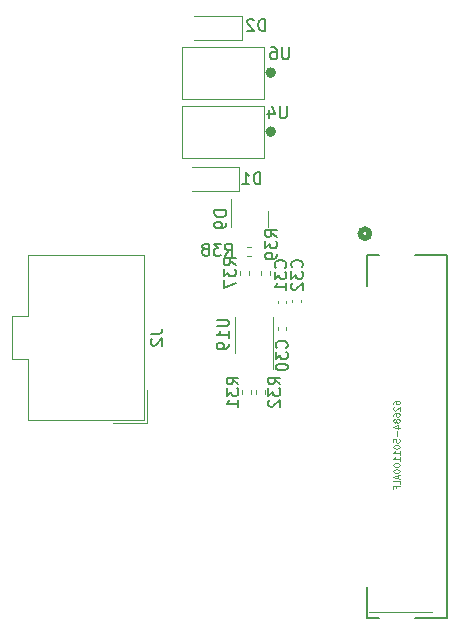
<source format=gbr>
G04 #@! TF.GenerationSoftware,KiCad,Pcbnew,7.0.10*
G04 #@! TF.CreationDate,2024-01-19T21:46:19+03:00*
G04 #@! TF.ProjectId,Eco_display,45636f5f-6469-4737-906c-61792e6b6963,rev?*
G04 #@! TF.SameCoordinates,Original*
G04 #@! TF.FileFunction,Legend,Bot*
G04 #@! TF.FilePolarity,Positive*
%FSLAX46Y46*%
G04 Gerber Fmt 4.6, Leading zero omitted, Abs format (unit mm)*
G04 Created by KiCad (PCBNEW 7.0.10) date 2024-01-19 21:46:19*
%MOMM*%
%LPD*%
G01*
G04 APERTURE LIST*
%ADD10C,0.001000*%
%ADD11C,0.150000*%
%ADD12C,0.071628*%
%ADD13C,0.120000*%
%ADD14C,0.500000*%
%ADD15C,0.152400*%
%ADD16C,0.508000*%
G04 APERTURE END LIST*
D10*
X166984725Y-111565610D02*
X161684725Y-111565610D01*
D11*
X154661904Y-68714819D02*
X154661904Y-69524342D01*
X154661904Y-69524342D02*
X154614285Y-69619580D01*
X154614285Y-69619580D02*
X154566666Y-69667200D01*
X154566666Y-69667200D02*
X154471428Y-69714819D01*
X154471428Y-69714819D02*
X154280952Y-69714819D01*
X154280952Y-69714819D02*
X154185714Y-69667200D01*
X154185714Y-69667200D02*
X154138095Y-69619580D01*
X154138095Y-69619580D02*
X154090476Y-69524342D01*
X154090476Y-69524342D02*
X154090476Y-68714819D01*
X153185714Y-69048152D02*
X153185714Y-69714819D01*
X153423809Y-68667200D02*
X153661904Y-69381485D01*
X153661904Y-69381485D02*
X153042857Y-69381485D01*
X154124819Y-92257142D02*
X153648628Y-91923809D01*
X154124819Y-91685714D02*
X153124819Y-91685714D01*
X153124819Y-91685714D02*
X153124819Y-92066666D01*
X153124819Y-92066666D02*
X153172438Y-92161904D01*
X153172438Y-92161904D02*
X153220057Y-92209523D01*
X153220057Y-92209523D02*
X153315295Y-92257142D01*
X153315295Y-92257142D02*
X153458152Y-92257142D01*
X153458152Y-92257142D02*
X153553390Y-92209523D01*
X153553390Y-92209523D02*
X153601009Y-92161904D01*
X153601009Y-92161904D02*
X153648628Y-92066666D01*
X153648628Y-92066666D02*
X153648628Y-91685714D01*
X153124819Y-92590476D02*
X153124819Y-93209523D01*
X153124819Y-93209523D02*
X153505771Y-92876190D01*
X153505771Y-92876190D02*
X153505771Y-93019047D01*
X153505771Y-93019047D02*
X153553390Y-93114285D01*
X153553390Y-93114285D02*
X153601009Y-93161904D01*
X153601009Y-93161904D02*
X153696247Y-93209523D01*
X153696247Y-93209523D02*
X153934342Y-93209523D01*
X153934342Y-93209523D02*
X154029580Y-93161904D01*
X154029580Y-93161904D02*
X154077200Y-93114285D01*
X154077200Y-93114285D02*
X154124819Y-93019047D01*
X154124819Y-93019047D02*
X154124819Y-92733333D01*
X154124819Y-92733333D02*
X154077200Y-92638095D01*
X154077200Y-92638095D02*
X154029580Y-92590476D01*
X153220057Y-93590476D02*
X153172438Y-93638095D01*
X153172438Y-93638095D02*
X153124819Y-93733333D01*
X153124819Y-93733333D02*
X153124819Y-93971428D01*
X153124819Y-93971428D02*
X153172438Y-94066666D01*
X153172438Y-94066666D02*
X153220057Y-94114285D01*
X153220057Y-94114285D02*
X153315295Y-94161904D01*
X153315295Y-94161904D02*
X153410533Y-94161904D01*
X153410533Y-94161904D02*
X153553390Y-94114285D01*
X153553390Y-94114285D02*
X154124819Y-93542857D01*
X154124819Y-93542857D02*
X154124819Y-94161904D01*
X143154819Y-87966666D02*
X143869104Y-87966666D01*
X143869104Y-87966666D02*
X144011961Y-87919047D01*
X144011961Y-87919047D02*
X144107200Y-87823809D01*
X144107200Y-87823809D02*
X144154819Y-87680952D01*
X144154819Y-87680952D02*
X144154819Y-87585714D01*
X143250057Y-88395238D02*
X143202438Y-88442857D01*
X143202438Y-88442857D02*
X143154819Y-88538095D01*
X143154819Y-88538095D02*
X143154819Y-88776190D01*
X143154819Y-88776190D02*
X143202438Y-88871428D01*
X143202438Y-88871428D02*
X143250057Y-88919047D01*
X143250057Y-88919047D02*
X143345295Y-88966666D01*
X143345295Y-88966666D02*
X143440533Y-88966666D01*
X143440533Y-88966666D02*
X143583390Y-88919047D01*
X143583390Y-88919047D02*
X144154819Y-88347619D01*
X144154819Y-88347619D02*
X144154819Y-88966666D01*
X149554819Y-77521905D02*
X148554819Y-77521905D01*
X148554819Y-77521905D02*
X148554819Y-77760000D01*
X148554819Y-77760000D02*
X148602438Y-77902857D01*
X148602438Y-77902857D02*
X148697676Y-77998095D01*
X148697676Y-77998095D02*
X148792914Y-78045714D01*
X148792914Y-78045714D02*
X148983390Y-78093333D01*
X148983390Y-78093333D02*
X149126247Y-78093333D01*
X149126247Y-78093333D02*
X149316723Y-78045714D01*
X149316723Y-78045714D02*
X149411961Y-77998095D01*
X149411961Y-77998095D02*
X149507200Y-77902857D01*
X149507200Y-77902857D02*
X149554819Y-77760000D01*
X149554819Y-77760000D02*
X149554819Y-77521905D01*
X149554819Y-78569524D02*
X149554819Y-78760000D01*
X149554819Y-78760000D02*
X149507200Y-78855238D01*
X149507200Y-78855238D02*
X149459580Y-78902857D01*
X149459580Y-78902857D02*
X149316723Y-78998095D01*
X149316723Y-78998095D02*
X149126247Y-79045714D01*
X149126247Y-79045714D02*
X148745295Y-79045714D01*
X148745295Y-79045714D02*
X148650057Y-78998095D01*
X148650057Y-78998095D02*
X148602438Y-78950476D01*
X148602438Y-78950476D02*
X148554819Y-78855238D01*
X148554819Y-78855238D02*
X148554819Y-78664762D01*
X148554819Y-78664762D02*
X148602438Y-78569524D01*
X148602438Y-78569524D02*
X148650057Y-78521905D01*
X148650057Y-78521905D02*
X148745295Y-78474286D01*
X148745295Y-78474286D02*
X148983390Y-78474286D01*
X148983390Y-78474286D02*
X149078628Y-78521905D01*
X149078628Y-78521905D02*
X149126247Y-78569524D01*
X149126247Y-78569524D02*
X149173866Y-78664762D01*
X149173866Y-78664762D02*
X149173866Y-78855238D01*
X149173866Y-78855238D02*
X149126247Y-78950476D01*
X149126247Y-78950476D02*
X149078628Y-78998095D01*
X149078628Y-78998095D02*
X148983390Y-79045714D01*
X154659580Y-89167142D02*
X154707200Y-89119523D01*
X154707200Y-89119523D02*
X154754819Y-88976666D01*
X154754819Y-88976666D02*
X154754819Y-88881428D01*
X154754819Y-88881428D02*
X154707200Y-88738571D01*
X154707200Y-88738571D02*
X154611961Y-88643333D01*
X154611961Y-88643333D02*
X154516723Y-88595714D01*
X154516723Y-88595714D02*
X154326247Y-88548095D01*
X154326247Y-88548095D02*
X154183390Y-88548095D01*
X154183390Y-88548095D02*
X153992914Y-88595714D01*
X153992914Y-88595714D02*
X153897676Y-88643333D01*
X153897676Y-88643333D02*
X153802438Y-88738571D01*
X153802438Y-88738571D02*
X153754819Y-88881428D01*
X153754819Y-88881428D02*
X153754819Y-88976666D01*
X153754819Y-88976666D02*
X153802438Y-89119523D01*
X153802438Y-89119523D02*
X153850057Y-89167142D01*
X153754819Y-89500476D02*
X153754819Y-90119523D01*
X153754819Y-90119523D02*
X154135771Y-89786190D01*
X154135771Y-89786190D02*
X154135771Y-89929047D01*
X154135771Y-89929047D02*
X154183390Y-90024285D01*
X154183390Y-90024285D02*
X154231009Y-90071904D01*
X154231009Y-90071904D02*
X154326247Y-90119523D01*
X154326247Y-90119523D02*
X154564342Y-90119523D01*
X154564342Y-90119523D02*
X154659580Y-90071904D01*
X154659580Y-90071904D02*
X154707200Y-90024285D01*
X154707200Y-90024285D02*
X154754819Y-89929047D01*
X154754819Y-89929047D02*
X154754819Y-89643333D01*
X154754819Y-89643333D02*
X154707200Y-89548095D01*
X154707200Y-89548095D02*
X154659580Y-89500476D01*
X153754819Y-90738571D02*
X153754819Y-90833809D01*
X153754819Y-90833809D02*
X153802438Y-90929047D01*
X153802438Y-90929047D02*
X153850057Y-90976666D01*
X153850057Y-90976666D02*
X153945295Y-91024285D01*
X153945295Y-91024285D02*
X154135771Y-91071904D01*
X154135771Y-91071904D02*
X154373866Y-91071904D01*
X154373866Y-91071904D02*
X154564342Y-91024285D01*
X154564342Y-91024285D02*
X154659580Y-90976666D01*
X154659580Y-90976666D02*
X154707200Y-90929047D01*
X154707200Y-90929047D02*
X154754819Y-90833809D01*
X154754819Y-90833809D02*
X154754819Y-90738571D01*
X154754819Y-90738571D02*
X154707200Y-90643333D01*
X154707200Y-90643333D02*
X154659580Y-90595714D01*
X154659580Y-90595714D02*
X154564342Y-90548095D01*
X154564342Y-90548095D02*
X154373866Y-90500476D01*
X154373866Y-90500476D02*
X154135771Y-90500476D01*
X154135771Y-90500476D02*
X153945295Y-90548095D01*
X153945295Y-90548095D02*
X153850057Y-90595714D01*
X153850057Y-90595714D02*
X153802438Y-90643333D01*
X153802438Y-90643333D02*
X153754819Y-90738571D01*
X148754819Y-86771905D02*
X149564342Y-86771905D01*
X149564342Y-86771905D02*
X149659580Y-86819524D01*
X149659580Y-86819524D02*
X149707200Y-86867143D01*
X149707200Y-86867143D02*
X149754819Y-86962381D01*
X149754819Y-86962381D02*
X149754819Y-87152857D01*
X149754819Y-87152857D02*
X149707200Y-87248095D01*
X149707200Y-87248095D02*
X149659580Y-87295714D01*
X149659580Y-87295714D02*
X149564342Y-87343333D01*
X149564342Y-87343333D02*
X148754819Y-87343333D01*
X149754819Y-88343333D02*
X149754819Y-87771905D01*
X149754819Y-88057619D02*
X148754819Y-88057619D01*
X148754819Y-88057619D02*
X148897676Y-87962381D01*
X148897676Y-87962381D02*
X148992914Y-87867143D01*
X148992914Y-87867143D02*
X149040533Y-87771905D01*
X149754819Y-88819524D02*
X149754819Y-89010000D01*
X149754819Y-89010000D02*
X149707200Y-89105238D01*
X149707200Y-89105238D02*
X149659580Y-89152857D01*
X149659580Y-89152857D02*
X149516723Y-89248095D01*
X149516723Y-89248095D02*
X149326247Y-89295714D01*
X149326247Y-89295714D02*
X148945295Y-89295714D01*
X148945295Y-89295714D02*
X148850057Y-89248095D01*
X148850057Y-89248095D02*
X148802438Y-89200476D01*
X148802438Y-89200476D02*
X148754819Y-89105238D01*
X148754819Y-89105238D02*
X148754819Y-88914762D01*
X148754819Y-88914762D02*
X148802438Y-88819524D01*
X148802438Y-88819524D02*
X148850057Y-88771905D01*
X148850057Y-88771905D02*
X148945295Y-88724286D01*
X148945295Y-88724286D02*
X149183390Y-88724286D01*
X149183390Y-88724286D02*
X149278628Y-88771905D01*
X149278628Y-88771905D02*
X149326247Y-88819524D01*
X149326247Y-88819524D02*
X149373866Y-88914762D01*
X149373866Y-88914762D02*
X149373866Y-89105238D01*
X149373866Y-89105238D02*
X149326247Y-89200476D01*
X149326247Y-89200476D02*
X149278628Y-89248095D01*
X149278628Y-89248095D02*
X149183390Y-89295714D01*
X150584819Y-92257142D02*
X150108628Y-91923809D01*
X150584819Y-91685714D02*
X149584819Y-91685714D01*
X149584819Y-91685714D02*
X149584819Y-92066666D01*
X149584819Y-92066666D02*
X149632438Y-92161904D01*
X149632438Y-92161904D02*
X149680057Y-92209523D01*
X149680057Y-92209523D02*
X149775295Y-92257142D01*
X149775295Y-92257142D02*
X149918152Y-92257142D01*
X149918152Y-92257142D02*
X150013390Y-92209523D01*
X150013390Y-92209523D02*
X150061009Y-92161904D01*
X150061009Y-92161904D02*
X150108628Y-92066666D01*
X150108628Y-92066666D02*
X150108628Y-91685714D01*
X149584819Y-92590476D02*
X149584819Y-93209523D01*
X149584819Y-93209523D02*
X149965771Y-92876190D01*
X149965771Y-92876190D02*
X149965771Y-93019047D01*
X149965771Y-93019047D02*
X150013390Y-93114285D01*
X150013390Y-93114285D02*
X150061009Y-93161904D01*
X150061009Y-93161904D02*
X150156247Y-93209523D01*
X150156247Y-93209523D02*
X150394342Y-93209523D01*
X150394342Y-93209523D02*
X150489580Y-93161904D01*
X150489580Y-93161904D02*
X150537200Y-93114285D01*
X150537200Y-93114285D02*
X150584819Y-93019047D01*
X150584819Y-93019047D02*
X150584819Y-92733333D01*
X150584819Y-92733333D02*
X150537200Y-92638095D01*
X150537200Y-92638095D02*
X150489580Y-92590476D01*
X150584819Y-94161904D02*
X150584819Y-93590476D01*
X150584819Y-93876190D02*
X149584819Y-93876190D01*
X149584819Y-93876190D02*
X149727676Y-93780952D01*
X149727676Y-93780952D02*
X149822914Y-93685714D01*
X149822914Y-93685714D02*
X149870533Y-93590476D01*
D12*
X163707179Y-93905779D02*
X163707179Y-93803308D01*
X163707179Y-93803308D02*
X163732797Y-93752072D01*
X163732797Y-93752072D02*
X163758415Y-93726455D01*
X163758415Y-93726455D02*
X163835268Y-93675219D01*
X163835268Y-93675219D02*
X163937739Y-93649601D01*
X163937739Y-93649601D02*
X164142680Y-93649601D01*
X164142680Y-93649601D02*
X164193916Y-93675219D01*
X164193916Y-93675219D02*
X164219534Y-93700837D01*
X164219534Y-93700837D02*
X164245151Y-93752072D01*
X164245151Y-93752072D02*
X164245151Y-93854543D01*
X164245151Y-93854543D02*
X164219534Y-93905779D01*
X164219534Y-93905779D02*
X164193916Y-93931396D01*
X164193916Y-93931396D02*
X164142680Y-93957014D01*
X164142680Y-93957014D02*
X164014592Y-93957014D01*
X164014592Y-93957014D02*
X163963356Y-93931396D01*
X163963356Y-93931396D02*
X163937739Y-93905779D01*
X163937739Y-93905779D02*
X163912121Y-93854543D01*
X163912121Y-93854543D02*
X163912121Y-93752072D01*
X163912121Y-93752072D02*
X163937739Y-93700837D01*
X163937739Y-93700837D02*
X163963356Y-93675219D01*
X163963356Y-93675219D02*
X164014592Y-93649601D01*
X163758415Y-94161955D02*
X163732797Y-94187573D01*
X163732797Y-94187573D02*
X163707179Y-94238809D01*
X163707179Y-94238809D02*
X163707179Y-94366897D01*
X163707179Y-94366897D02*
X163732797Y-94418133D01*
X163732797Y-94418133D02*
X163758415Y-94443750D01*
X163758415Y-94443750D02*
X163809650Y-94469368D01*
X163809650Y-94469368D02*
X163860886Y-94469368D01*
X163860886Y-94469368D02*
X163937739Y-94443750D01*
X163937739Y-94443750D02*
X164245151Y-94136338D01*
X164245151Y-94136338D02*
X164245151Y-94469368D01*
X163707179Y-94930487D02*
X163707179Y-94828016D01*
X163707179Y-94828016D02*
X163732797Y-94776780D01*
X163732797Y-94776780D02*
X163758415Y-94751163D01*
X163758415Y-94751163D02*
X163835268Y-94699927D01*
X163835268Y-94699927D02*
X163937739Y-94674309D01*
X163937739Y-94674309D02*
X164142680Y-94674309D01*
X164142680Y-94674309D02*
X164193916Y-94699927D01*
X164193916Y-94699927D02*
X164219534Y-94725545D01*
X164219534Y-94725545D02*
X164245151Y-94776780D01*
X164245151Y-94776780D02*
X164245151Y-94879251D01*
X164245151Y-94879251D02*
X164219534Y-94930487D01*
X164219534Y-94930487D02*
X164193916Y-94956104D01*
X164193916Y-94956104D02*
X164142680Y-94981722D01*
X164142680Y-94981722D02*
X164014592Y-94981722D01*
X164014592Y-94981722D02*
X163963356Y-94956104D01*
X163963356Y-94956104D02*
X163937739Y-94930487D01*
X163937739Y-94930487D02*
X163912121Y-94879251D01*
X163912121Y-94879251D02*
X163912121Y-94776780D01*
X163912121Y-94776780D02*
X163937739Y-94725545D01*
X163937739Y-94725545D02*
X163963356Y-94699927D01*
X163963356Y-94699927D02*
X164014592Y-94674309D01*
X163937739Y-95289134D02*
X163912121Y-95237899D01*
X163912121Y-95237899D02*
X163886503Y-95212281D01*
X163886503Y-95212281D02*
X163835268Y-95186663D01*
X163835268Y-95186663D02*
X163809650Y-95186663D01*
X163809650Y-95186663D02*
X163758415Y-95212281D01*
X163758415Y-95212281D02*
X163732797Y-95237899D01*
X163732797Y-95237899D02*
X163707179Y-95289134D01*
X163707179Y-95289134D02*
X163707179Y-95391605D01*
X163707179Y-95391605D02*
X163732797Y-95442841D01*
X163732797Y-95442841D02*
X163758415Y-95468458D01*
X163758415Y-95468458D02*
X163809650Y-95494076D01*
X163809650Y-95494076D02*
X163835268Y-95494076D01*
X163835268Y-95494076D02*
X163886503Y-95468458D01*
X163886503Y-95468458D02*
X163912121Y-95442841D01*
X163912121Y-95442841D02*
X163937739Y-95391605D01*
X163937739Y-95391605D02*
X163937739Y-95289134D01*
X163937739Y-95289134D02*
X163963356Y-95237899D01*
X163963356Y-95237899D02*
X163988974Y-95212281D01*
X163988974Y-95212281D02*
X164040210Y-95186663D01*
X164040210Y-95186663D02*
X164142680Y-95186663D01*
X164142680Y-95186663D02*
X164193916Y-95212281D01*
X164193916Y-95212281D02*
X164219534Y-95237899D01*
X164219534Y-95237899D02*
X164245151Y-95289134D01*
X164245151Y-95289134D02*
X164245151Y-95391605D01*
X164245151Y-95391605D02*
X164219534Y-95442841D01*
X164219534Y-95442841D02*
X164193916Y-95468458D01*
X164193916Y-95468458D02*
X164142680Y-95494076D01*
X164142680Y-95494076D02*
X164040210Y-95494076D01*
X164040210Y-95494076D02*
X163988974Y-95468458D01*
X163988974Y-95468458D02*
X163963356Y-95442841D01*
X163963356Y-95442841D02*
X163937739Y-95391605D01*
X163886503Y-95955195D02*
X164245151Y-95955195D01*
X163681562Y-95827106D02*
X164065827Y-95699017D01*
X164065827Y-95699017D02*
X164065827Y-96032048D01*
X164040210Y-96236989D02*
X164040210Y-96646873D01*
X163707179Y-97159227D02*
X163707179Y-96903050D01*
X163707179Y-96903050D02*
X163963356Y-96877432D01*
X163963356Y-96877432D02*
X163937739Y-96903050D01*
X163937739Y-96903050D02*
X163912121Y-96954286D01*
X163912121Y-96954286D02*
X163912121Y-97082374D01*
X163912121Y-97082374D02*
X163937739Y-97133610D01*
X163937739Y-97133610D02*
X163963356Y-97159227D01*
X163963356Y-97159227D02*
X164014592Y-97184845D01*
X164014592Y-97184845D02*
X164142680Y-97184845D01*
X164142680Y-97184845D02*
X164193916Y-97159227D01*
X164193916Y-97159227D02*
X164219534Y-97133610D01*
X164219534Y-97133610D02*
X164245151Y-97082374D01*
X164245151Y-97082374D02*
X164245151Y-96954286D01*
X164245151Y-96954286D02*
X164219534Y-96903050D01*
X164219534Y-96903050D02*
X164193916Y-96877432D01*
X163707179Y-97517875D02*
X163707179Y-97569110D01*
X163707179Y-97569110D02*
X163732797Y-97620346D01*
X163732797Y-97620346D02*
X163758415Y-97645964D01*
X163758415Y-97645964D02*
X163809650Y-97671581D01*
X163809650Y-97671581D02*
X163912121Y-97697199D01*
X163912121Y-97697199D02*
X164040210Y-97697199D01*
X164040210Y-97697199D02*
X164142680Y-97671581D01*
X164142680Y-97671581D02*
X164193916Y-97645964D01*
X164193916Y-97645964D02*
X164219534Y-97620346D01*
X164219534Y-97620346D02*
X164245151Y-97569110D01*
X164245151Y-97569110D02*
X164245151Y-97517875D01*
X164245151Y-97517875D02*
X164219534Y-97466640D01*
X164219534Y-97466640D02*
X164193916Y-97441022D01*
X164193916Y-97441022D02*
X164142680Y-97415404D01*
X164142680Y-97415404D02*
X164040210Y-97389786D01*
X164040210Y-97389786D02*
X163912121Y-97389786D01*
X163912121Y-97389786D02*
X163809650Y-97415404D01*
X163809650Y-97415404D02*
X163758415Y-97441022D01*
X163758415Y-97441022D02*
X163732797Y-97466640D01*
X163732797Y-97466640D02*
X163707179Y-97517875D01*
X164245151Y-98209553D02*
X164245151Y-97902140D01*
X164245151Y-98055847D02*
X163707179Y-98055847D01*
X163707179Y-98055847D02*
X163784032Y-98004611D01*
X163784032Y-98004611D02*
X163835268Y-97953376D01*
X163835268Y-97953376D02*
X163860886Y-97902140D01*
X164245151Y-98721907D02*
X164245151Y-98414494D01*
X164245151Y-98568201D02*
X163707179Y-98568201D01*
X163707179Y-98568201D02*
X163784032Y-98516965D01*
X163784032Y-98516965D02*
X163835268Y-98465730D01*
X163835268Y-98465730D02*
X163860886Y-98414494D01*
X163707179Y-99054937D02*
X163707179Y-99106172D01*
X163707179Y-99106172D02*
X163732797Y-99157408D01*
X163732797Y-99157408D02*
X163758415Y-99183026D01*
X163758415Y-99183026D02*
X163809650Y-99208643D01*
X163809650Y-99208643D02*
X163912121Y-99234261D01*
X163912121Y-99234261D02*
X164040210Y-99234261D01*
X164040210Y-99234261D02*
X164142680Y-99208643D01*
X164142680Y-99208643D02*
X164193916Y-99183026D01*
X164193916Y-99183026D02*
X164219534Y-99157408D01*
X164219534Y-99157408D02*
X164245151Y-99106172D01*
X164245151Y-99106172D02*
X164245151Y-99054937D01*
X164245151Y-99054937D02*
X164219534Y-99003702D01*
X164219534Y-99003702D02*
X164193916Y-98978084D01*
X164193916Y-98978084D02*
X164142680Y-98952466D01*
X164142680Y-98952466D02*
X164040210Y-98926848D01*
X164040210Y-98926848D02*
X163912121Y-98926848D01*
X163912121Y-98926848D02*
X163809650Y-98952466D01*
X163809650Y-98952466D02*
X163758415Y-98978084D01*
X163758415Y-98978084D02*
X163732797Y-99003702D01*
X163732797Y-99003702D02*
X163707179Y-99054937D01*
X163707179Y-99567291D02*
X163707179Y-99618526D01*
X163707179Y-99618526D02*
X163732797Y-99669762D01*
X163732797Y-99669762D02*
X163758415Y-99695380D01*
X163758415Y-99695380D02*
X163809650Y-99720997D01*
X163809650Y-99720997D02*
X163912121Y-99746615D01*
X163912121Y-99746615D02*
X164040210Y-99746615D01*
X164040210Y-99746615D02*
X164142680Y-99720997D01*
X164142680Y-99720997D02*
X164193916Y-99695380D01*
X164193916Y-99695380D02*
X164219534Y-99669762D01*
X164219534Y-99669762D02*
X164245151Y-99618526D01*
X164245151Y-99618526D02*
X164245151Y-99567291D01*
X164245151Y-99567291D02*
X164219534Y-99516056D01*
X164219534Y-99516056D02*
X164193916Y-99490438D01*
X164193916Y-99490438D02*
X164142680Y-99464820D01*
X164142680Y-99464820D02*
X164040210Y-99439202D01*
X164040210Y-99439202D02*
X163912121Y-99439202D01*
X163912121Y-99439202D02*
X163809650Y-99464820D01*
X163809650Y-99464820D02*
X163758415Y-99490438D01*
X163758415Y-99490438D02*
X163732797Y-99516056D01*
X163732797Y-99516056D02*
X163707179Y-99567291D01*
X164091445Y-99951556D02*
X164091445Y-100207734D01*
X164245151Y-99900321D02*
X163707179Y-100079645D01*
X163707179Y-100079645D02*
X164245151Y-100258969D01*
X164245151Y-100694470D02*
X164245151Y-100438293D01*
X164245151Y-100438293D02*
X163707179Y-100438293D01*
X163963356Y-101053118D02*
X163963356Y-100873794D01*
X164245151Y-100873794D02*
X163707179Y-100873794D01*
X163707179Y-100873794D02*
X163707179Y-101129971D01*
D11*
X149442857Y-81354819D02*
X149776190Y-80878628D01*
X150014285Y-81354819D02*
X150014285Y-80354819D01*
X150014285Y-80354819D02*
X149633333Y-80354819D01*
X149633333Y-80354819D02*
X149538095Y-80402438D01*
X149538095Y-80402438D02*
X149490476Y-80450057D01*
X149490476Y-80450057D02*
X149442857Y-80545295D01*
X149442857Y-80545295D02*
X149442857Y-80688152D01*
X149442857Y-80688152D02*
X149490476Y-80783390D01*
X149490476Y-80783390D02*
X149538095Y-80831009D01*
X149538095Y-80831009D02*
X149633333Y-80878628D01*
X149633333Y-80878628D02*
X150014285Y-80878628D01*
X149109523Y-80354819D02*
X148490476Y-80354819D01*
X148490476Y-80354819D02*
X148823809Y-80735771D01*
X148823809Y-80735771D02*
X148680952Y-80735771D01*
X148680952Y-80735771D02*
X148585714Y-80783390D01*
X148585714Y-80783390D02*
X148538095Y-80831009D01*
X148538095Y-80831009D02*
X148490476Y-80926247D01*
X148490476Y-80926247D02*
X148490476Y-81164342D01*
X148490476Y-81164342D02*
X148538095Y-81259580D01*
X148538095Y-81259580D02*
X148585714Y-81307200D01*
X148585714Y-81307200D02*
X148680952Y-81354819D01*
X148680952Y-81354819D02*
X148966666Y-81354819D01*
X148966666Y-81354819D02*
X149061904Y-81307200D01*
X149061904Y-81307200D02*
X149109523Y-81259580D01*
X147919047Y-80783390D02*
X148014285Y-80735771D01*
X148014285Y-80735771D02*
X148061904Y-80688152D01*
X148061904Y-80688152D02*
X148109523Y-80592914D01*
X148109523Y-80592914D02*
X148109523Y-80545295D01*
X148109523Y-80545295D02*
X148061904Y-80450057D01*
X148061904Y-80450057D02*
X148014285Y-80402438D01*
X148014285Y-80402438D02*
X147919047Y-80354819D01*
X147919047Y-80354819D02*
X147728571Y-80354819D01*
X147728571Y-80354819D02*
X147633333Y-80402438D01*
X147633333Y-80402438D02*
X147585714Y-80450057D01*
X147585714Y-80450057D02*
X147538095Y-80545295D01*
X147538095Y-80545295D02*
X147538095Y-80592914D01*
X147538095Y-80592914D02*
X147585714Y-80688152D01*
X147585714Y-80688152D02*
X147633333Y-80735771D01*
X147633333Y-80735771D02*
X147728571Y-80783390D01*
X147728571Y-80783390D02*
X147919047Y-80783390D01*
X147919047Y-80783390D02*
X148014285Y-80831009D01*
X148014285Y-80831009D02*
X148061904Y-80878628D01*
X148061904Y-80878628D02*
X148109523Y-80973866D01*
X148109523Y-80973866D02*
X148109523Y-81164342D01*
X148109523Y-81164342D02*
X148061904Y-81259580D01*
X148061904Y-81259580D02*
X148014285Y-81307200D01*
X148014285Y-81307200D02*
X147919047Y-81354819D01*
X147919047Y-81354819D02*
X147728571Y-81354819D01*
X147728571Y-81354819D02*
X147633333Y-81307200D01*
X147633333Y-81307200D02*
X147585714Y-81259580D01*
X147585714Y-81259580D02*
X147538095Y-81164342D01*
X147538095Y-81164342D02*
X147538095Y-80973866D01*
X147538095Y-80973866D02*
X147585714Y-80878628D01*
X147585714Y-80878628D02*
X147633333Y-80831009D01*
X147633333Y-80831009D02*
X147728571Y-80783390D01*
X152438094Y-75314819D02*
X152438094Y-74314819D01*
X152438094Y-74314819D02*
X152199999Y-74314819D01*
X152199999Y-74314819D02*
X152057142Y-74362438D01*
X152057142Y-74362438D02*
X151961904Y-74457676D01*
X151961904Y-74457676D02*
X151914285Y-74552914D01*
X151914285Y-74552914D02*
X151866666Y-74743390D01*
X151866666Y-74743390D02*
X151866666Y-74886247D01*
X151866666Y-74886247D02*
X151914285Y-75076723D01*
X151914285Y-75076723D02*
X151961904Y-75171961D01*
X151961904Y-75171961D02*
X152057142Y-75267200D01*
X152057142Y-75267200D02*
X152199999Y-75314819D01*
X152199999Y-75314819D02*
X152438094Y-75314819D01*
X150914285Y-75314819D02*
X151485713Y-75314819D01*
X151199999Y-75314819D02*
X151199999Y-74314819D01*
X151199999Y-74314819D02*
X151295237Y-74457676D01*
X151295237Y-74457676D02*
X151390475Y-74552914D01*
X151390475Y-74552914D02*
X151485713Y-74600533D01*
X155959580Y-82357142D02*
X156007200Y-82309523D01*
X156007200Y-82309523D02*
X156054819Y-82166666D01*
X156054819Y-82166666D02*
X156054819Y-82071428D01*
X156054819Y-82071428D02*
X156007200Y-81928571D01*
X156007200Y-81928571D02*
X155911961Y-81833333D01*
X155911961Y-81833333D02*
X155816723Y-81785714D01*
X155816723Y-81785714D02*
X155626247Y-81738095D01*
X155626247Y-81738095D02*
X155483390Y-81738095D01*
X155483390Y-81738095D02*
X155292914Y-81785714D01*
X155292914Y-81785714D02*
X155197676Y-81833333D01*
X155197676Y-81833333D02*
X155102438Y-81928571D01*
X155102438Y-81928571D02*
X155054819Y-82071428D01*
X155054819Y-82071428D02*
X155054819Y-82166666D01*
X155054819Y-82166666D02*
X155102438Y-82309523D01*
X155102438Y-82309523D02*
X155150057Y-82357142D01*
X155054819Y-82690476D02*
X155054819Y-83309523D01*
X155054819Y-83309523D02*
X155435771Y-82976190D01*
X155435771Y-82976190D02*
X155435771Y-83119047D01*
X155435771Y-83119047D02*
X155483390Y-83214285D01*
X155483390Y-83214285D02*
X155531009Y-83261904D01*
X155531009Y-83261904D02*
X155626247Y-83309523D01*
X155626247Y-83309523D02*
X155864342Y-83309523D01*
X155864342Y-83309523D02*
X155959580Y-83261904D01*
X155959580Y-83261904D02*
X156007200Y-83214285D01*
X156007200Y-83214285D02*
X156054819Y-83119047D01*
X156054819Y-83119047D02*
X156054819Y-82833333D01*
X156054819Y-82833333D02*
X156007200Y-82738095D01*
X156007200Y-82738095D02*
X155959580Y-82690476D01*
X155150057Y-83690476D02*
X155102438Y-83738095D01*
X155102438Y-83738095D02*
X155054819Y-83833333D01*
X155054819Y-83833333D02*
X155054819Y-84071428D01*
X155054819Y-84071428D02*
X155102438Y-84166666D01*
X155102438Y-84166666D02*
X155150057Y-84214285D01*
X155150057Y-84214285D02*
X155245295Y-84261904D01*
X155245295Y-84261904D02*
X155340533Y-84261904D01*
X155340533Y-84261904D02*
X155483390Y-84214285D01*
X155483390Y-84214285D02*
X156054819Y-83642857D01*
X156054819Y-83642857D02*
X156054819Y-84261904D01*
X154861904Y-63714819D02*
X154861904Y-64524342D01*
X154861904Y-64524342D02*
X154814285Y-64619580D01*
X154814285Y-64619580D02*
X154766666Y-64667200D01*
X154766666Y-64667200D02*
X154671428Y-64714819D01*
X154671428Y-64714819D02*
X154480952Y-64714819D01*
X154480952Y-64714819D02*
X154385714Y-64667200D01*
X154385714Y-64667200D02*
X154338095Y-64619580D01*
X154338095Y-64619580D02*
X154290476Y-64524342D01*
X154290476Y-64524342D02*
X154290476Y-63714819D01*
X153385714Y-63714819D02*
X153576190Y-63714819D01*
X153576190Y-63714819D02*
X153671428Y-63762438D01*
X153671428Y-63762438D02*
X153719047Y-63810057D01*
X153719047Y-63810057D02*
X153814285Y-63952914D01*
X153814285Y-63952914D02*
X153861904Y-64143390D01*
X153861904Y-64143390D02*
X153861904Y-64524342D01*
X153861904Y-64524342D02*
X153814285Y-64619580D01*
X153814285Y-64619580D02*
X153766666Y-64667200D01*
X153766666Y-64667200D02*
X153671428Y-64714819D01*
X153671428Y-64714819D02*
X153480952Y-64714819D01*
X153480952Y-64714819D02*
X153385714Y-64667200D01*
X153385714Y-64667200D02*
X153338095Y-64619580D01*
X153338095Y-64619580D02*
X153290476Y-64524342D01*
X153290476Y-64524342D02*
X153290476Y-64286247D01*
X153290476Y-64286247D02*
X153338095Y-64191009D01*
X153338095Y-64191009D02*
X153385714Y-64143390D01*
X153385714Y-64143390D02*
X153480952Y-64095771D01*
X153480952Y-64095771D02*
X153671428Y-64095771D01*
X153671428Y-64095771D02*
X153766666Y-64143390D01*
X153766666Y-64143390D02*
X153814285Y-64191009D01*
X153814285Y-64191009D02*
X153861904Y-64286247D01*
X153854819Y-79767142D02*
X153378628Y-79433809D01*
X153854819Y-79195714D02*
X152854819Y-79195714D01*
X152854819Y-79195714D02*
X152854819Y-79576666D01*
X152854819Y-79576666D02*
X152902438Y-79671904D01*
X152902438Y-79671904D02*
X152950057Y-79719523D01*
X152950057Y-79719523D02*
X153045295Y-79767142D01*
X153045295Y-79767142D02*
X153188152Y-79767142D01*
X153188152Y-79767142D02*
X153283390Y-79719523D01*
X153283390Y-79719523D02*
X153331009Y-79671904D01*
X153331009Y-79671904D02*
X153378628Y-79576666D01*
X153378628Y-79576666D02*
X153378628Y-79195714D01*
X152854819Y-80100476D02*
X152854819Y-80719523D01*
X152854819Y-80719523D02*
X153235771Y-80386190D01*
X153235771Y-80386190D02*
X153235771Y-80529047D01*
X153235771Y-80529047D02*
X153283390Y-80624285D01*
X153283390Y-80624285D02*
X153331009Y-80671904D01*
X153331009Y-80671904D02*
X153426247Y-80719523D01*
X153426247Y-80719523D02*
X153664342Y-80719523D01*
X153664342Y-80719523D02*
X153759580Y-80671904D01*
X153759580Y-80671904D02*
X153807200Y-80624285D01*
X153807200Y-80624285D02*
X153854819Y-80529047D01*
X153854819Y-80529047D02*
X153854819Y-80243333D01*
X153854819Y-80243333D02*
X153807200Y-80148095D01*
X153807200Y-80148095D02*
X153759580Y-80100476D01*
X153854819Y-81195714D02*
X153854819Y-81386190D01*
X153854819Y-81386190D02*
X153807200Y-81481428D01*
X153807200Y-81481428D02*
X153759580Y-81529047D01*
X153759580Y-81529047D02*
X153616723Y-81624285D01*
X153616723Y-81624285D02*
X153426247Y-81671904D01*
X153426247Y-81671904D02*
X153045295Y-81671904D01*
X153045295Y-81671904D02*
X152950057Y-81624285D01*
X152950057Y-81624285D02*
X152902438Y-81576666D01*
X152902438Y-81576666D02*
X152854819Y-81481428D01*
X152854819Y-81481428D02*
X152854819Y-81290952D01*
X152854819Y-81290952D02*
X152902438Y-81195714D01*
X152902438Y-81195714D02*
X152950057Y-81148095D01*
X152950057Y-81148095D02*
X153045295Y-81100476D01*
X153045295Y-81100476D02*
X153283390Y-81100476D01*
X153283390Y-81100476D02*
X153378628Y-81148095D01*
X153378628Y-81148095D02*
X153426247Y-81195714D01*
X153426247Y-81195714D02*
X153473866Y-81290952D01*
X153473866Y-81290952D02*
X153473866Y-81481428D01*
X153473866Y-81481428D02*
X153426247Y-81576666D01*
X153426247Y-81576666D02*
X153378628Y-81624285D01*
X153378628Y-81624285D02*
X153283390Y-81671904D01*
X154559580Y-82367142D02*
X154607200Y-82319523D01*
X154607200Y-82319523D02*
X154654819Y-82176666D01*
X154654819Y-82176666D02*
X154654819Y-82081428D01*
X154654819Y-82081428D02*
X154607200Y-81938571D01*
X154607200Y-81938571D02*
X154511961Y-81843333D01*
X154511961Y-81843333D02*
X154416723Y-81795714D01*
X154416723Y-81795714D02*
X154226247Y-81748095D01*
X154226247Y-81748095D02*
X154083390Y-81748095D01*
X154083390Y-81748095D02*
X153892914Y-81795714D01*
X153892914Y-81795714D02*
X153797676Y-81843333D01*
X153797676Y-81843333D02*
X153702438Y-81938571D01*
X153702438Y-81938571D02*
X153654819Y-82081428D01*
X153654819Y-82081428D02*
X153654819Y-82176666D01*
X153654819Y-82176666D02*
X153702438Y-82319523D01*
X153702438Y-82319523D02*
X153750057Y-82367142D01*
X153654819Y-82700476D02*
X153654819Y-83319523D01*
X153654819Y-83319523D02*
X154035771Y-82986190D01*
X154035771Y-82986190D02*
X154035771Y-83129047D01*
X154035771Y-83129047D02*
X154083390Y-83224285D01*
X154083390Y-83224285D02*
X154131009Y-83271904D01*
X154131009Y-83271904D02*
X154226247Y-83319523D01*
X154226247Y-83319523D02*
X154464342Y-83319523D01*
X154464342Y-83319523D02*
X154559580Y-83271904D01*
X154559580Y-83271904D02*
X154607200Y-83224285D01*
X154607200Y-83224285D02*
X154654819Y-83129047D01*
X154654819Y-83129047D02*
X154654819Y-82843333D01*
X154654819Y-82843333D02*
X154607200Y-82748095D01*
X154607200Y-82748095D02*
X154559580Y-82700476D01*
X154654819Y-84271904D02*
X154654819Y-83700476D01*
X154654819Y-83986190D02*
X153654819Y-83986190D01*
X153654819Y-83986190D02*
X153797676Y-83890952D01*
X153797676Y-83890952D02*
X153892914Y-83795714D01*
X153892914Y-83795714D02*
X153940533Y-83700476D01*
X152838094Y-62314819D02*
X152838094Y-61314819D01*
X152838094Y-61314819D02*
X152599999Y-61314819D01*
X152599999Y-61314819D02*
X152457142Y-61362438D01*
X152457142Y-61362438D02*
X152361904Y-61457676D01*
X152361904Y-61457676D02*
X152314285Y-61552914D01*
X152314285Y-61552914D02*
X152266666Y-61743390D01*
X152266666Y-61743390D02*
X152266666Y-61886247D01*
X152266666Y-61886247D02*
X152314285Y-62076723D01*
X152314285Y-62076723D02*
X152361904Y-62171961D01*
X152361904Y-62171961D02*
X152457142Y-62267200D01*
X152457142Y-62267200D02*
X152599999Y-62314819D01*
X152599999Y-62314819D02*
X152838094Y-62314819D01*
X151885713Y-61410057D02*
X151838094Y-61362438D01*
X151838094Y-61362438D02*
X151742856Y-61314819D01*
X151742856Y-61314819D02*
X151504761Y-61314819D01*
X151504761Y-61314819D02*
X151409523Y-61362438D01*
X151409523Y-61362438D02*
X151361904Y-61410057D01*
X151361904Y-61410057D02*
X151314285Y-61505295D01*
X151314285Y-61505295D02*
X151314285Y-61600533D01*
X151314285Y-61600533D02*
X151361904Y-61743390D01*
X151361904Y-61743390D02*
X151933332Y-62314819D01*
X151933332Y-62314819D02*
X151314285Y-62314819D01*
X150354819Y-82167142D02*
X149878628Y-81833809D01*
X150354819Y-81595714D02*
X149354819Y-81595714D01*
X149354819Y-81595714D02*
X149354819Y-81976666D01*
X149354819Y-81976666D02*
X149402438Y-82071904D01*
X149402438Y-82071904D02*
X149450057Y-82119523D01*
X149450057Y-82119523D02*
X149545295Y-82167142D01*
X149545295Y-82167142D02*
X149688152Y-82167142D01*
X149688152Y-82167142D02*
X149783390Y-82119523D01*
X149783390Y-82119523D02*
X149831009Y-82071904D01*
X149831009Y-82071904D02*
X149878628Y-81976666D01*
X149878628Y-81976666D02*
X149878628Y-81595714D01*
X149354819Y-82500476D02*
X149354819Y-83119523D01*
X149354819Y-83119523D02*
X149735771Y-82786190D01*
X149735771Y-82786190D02*
X149735771Y-82929047D01*
X149735771Y-82929047D02*
X149783390Y-83024285D01*
X149783390Y-83024285D02*
X149831009Y-83071904D01*
X149831009Y-83071904D02*
X149926247Y-83119523D01*
X149926247Y-83119523D02*
X150164342Y-83119523D01*
X150164342Y-83119523D02*
X150259580Y-83071904D01*
X150259580Y-83071904D02*
X150307200Y-83024285D01*
X150307200Y-83024285D02*
X150354819Y-82929047D01*
X150354819Y-82929047D02*
X150354819Y-82643333D01*
X150354819Y-82643333D02*
X150307200Y-82548095D01*
X150307200Y-82548095D02*
X150259580Y-82500476D01*
X149354819Y-83452857D02*
X149354819Y-84119523D01*
X149354819Y-84119523D02*
X150354819Y-83690952D01*
D13*
X152725000Y-68660000D02*
X145825000Y-68660000D01*
X145825000Y-68660000D02*
X145825000Y-73060000D01*
X145825000Y-73060000D02*
X152725000Y-73060000D01*
X152725000Y-73060000D02*
X152725000Y-68660000D01*
D14*
X153525000Y-70860000D02*
G75*
G03*
X153125000Y-70860000I-200000J0D01*
G01*
X153125000Y-70860000D02*
G75*
G03*
X153525000Y-70860000I200000J0D01*
G01*
D13*
X152120000Y-93053641D02*
X152120000Y-92746359D01*
X152880000Y-93053641D02*
X152880000Y-92746359D01*
X142850000Y-95550000D02*
X140000000Y-95550000D01*
X132790000Y-95310000D02*
X132790000Y-90110000D01*
X142610000Y-95310000D02*
X132790000Y-95310000D01*
X142850000Y-92700000D02*
X142850000Y-95550000D01*
X131390000Y-90110000D02*
X131390000Y-88300000D01*
X132790000Y-90110000D02*
X131390000Y-90110000D01*
X142610000Y-88300000D02*
X142610000Y-95310000D01*
X142610000Y-88300000D02*
X142610000Y-81290000D01*
X131390000Y-86490000D02*
X131390000Y-88300000D01*
X132790000Y-86490000D02*
X131390000Y-86490000D01*
X132790000Y-81290000D02*
X132790000Y-86490000D01*
X142610000Y-81290000D02*
X132790000Y-81290000D01*
X153060000Y-78260000D02*
X153060000Y-77610000D01*
X153060000Y-78260000D02*
X153060000Y-78910000D01*
X149940000Y-78260000D02*
X149940000Y-76585000D01*
X149940000Y-78260000D02*
X149940000Y-78910000D01*
X154660000Y-87422164D02*
X154660000Y-87637836D01*
X153940000Y-87422164D02*
X153940000Y-87637836D01*
X150290000Y-88060000D02*
X150290000Y-89560000D01*
X150290000Y-88060000D02*
X150290000Y-86560000D01*
X153510000Y-88060000D02*
X153510000Y-90985000D01*
X153510000Y-88060000D02*
X153510000Y-86560000D01*
X151680000Y-92746359D02*
X151680000Y-93053641D01*
X150920000Y-92746359D02*
X150920000Y-93053641D01*
D15*
X168285000Y-81275804D02*
X168285000Y-112035204D01*
X165516400Y-81275804D02*
X168285000Y-81275804D01*
X161477800Y-81275804D02*
X162468400Y-81275804D01*
X161477800Y-83917404D02*
X161477800Y-81275804D01*
X168285000Y-112035204D02*
X165516400Y-112035204D01*
X162468400Y-112035204D02*
X161477800Y-112035204D01*
X161477800Y-112035204D02*
X161477800Y-109393604D01*
D16*
X161300000Y-79878804D02*
G75*
G03*
X161300000Y-79116804I0J381000D01*
G01*
X161300000Y-79116804D02*
G75*
G03*
X161300000Y-79878804I0J-381000D01*
G01*
D13*
X151653641Y-81390000D02*
X151346359Y-81390000D01*
X151653641Y-80630000D02*
X151346359Y-80630000D01*
X150660000Y-75860000D02*
X146650000Y-75860000D01*
X150660000Y-73860000D02*
X150660000Y-75860000D01*
X150660000Y-73860000D02*
X146650000Y-73860000D01*
X155140000Y-85317836D02*
X155140000Y-85102164D01*
X155860000Y-85317836D02*
X155860000Y-85102164D01*
X152725000Y-63660000D02*
X145825000Y-63660000D01*
X145825000Y-63660000D02*
X145825000Y-68060000D01*
X145825000Y-68060000D02*
X152725000Y-68060000D01*
X152725000Y-68060000D02*
X152725000Y-63660000D01*
D14*
X153525000Y-65860000D02*
G75*
G03*
X153125000Y-65860000I-200000J0D01*
G01*
X153125000Y-65860000D02*
G75*
G03*
X153525000Y-65860000I200000J0D01*
G01*
D13*
X152520000Y-82963641D02*
X152520000Y-82656359D01*
X153280000Y-82963641D02*
X153280000Y-82656359D01*
X153940000Y-85397836D02*
X153940000Y-85182164D01*
X154660000Y-85397836D02*
X154660000Y-85182164D01*
X150860000Y-63060000D02*
X146850000Y-63060000D01*
X150860000Y-61060000D02*
X150860000Y-63060000D01*
X150860000Y-61060000D02*
X146850000Y-61060000D01*
X150720000Y-82963641D02*
X150720000Y-82656359D01*
X151480000Y-82963641D02*
X151480000Y-82656359D01*
M02*

</source>
